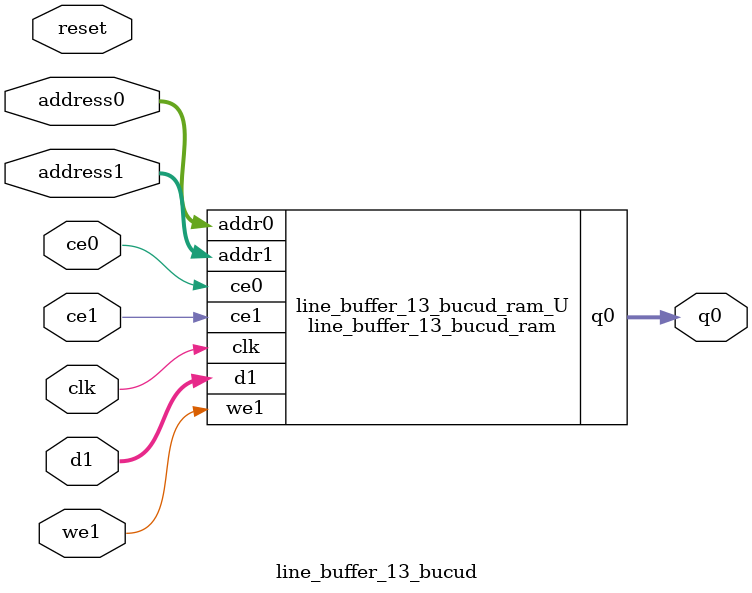
<source format=v>

`timescale 1 ns / 1 ps
module line_buffer_13_bucud_ram (addr0, ce0, q0, addr1, ce1, d1, we1,  clk);

parameter DWIDTH = 16;
parameter AWIDTH = 12;
parameter MEM_SIZE = 2112;

input[AWIDTH-1:0] addr0;
input ce0;
output reg[DWIDTH-1:0] q0;
input[AWIDTH-1:0] addr1;
input ce1;
input[DWIDTH-1:0] d1;
input we1;
input clk;

(* ram_style = "block" *)reg [DWIDTH-1:0] ram[0:MEM_SIZE-1];




always @(posedge clk)  
begin 
    if (ce0) 
    begin
            q0 <= ram[addr0];
    end
end


always @(posedge clk)  
begin 
    if (ce1) 
    begin
        if (we1) 
        begin 
            ram[addr1] <= d1; 
        end 
    end
end


endmodule


`timescale 1 ns / 1 ps
module line_buffer_13_bucud(
    reset,
    clk,
    address0,
    ce0,
    q0,
    address1,
    ce1,
    we1,
    d1);

parameter DataWidth = 32'd16;
parameter AddressRange = 32'd2112;
parameter AddressWidth = 32'd12;
input reset;
input clk;
input[AddressWidth - 1:0] address0;
input ce0;
output[DataWidth - 1:0] q0;
input[AddressWidth - 1:0] address1;
input ce1;
input we1;
input[DataWidth - 1:0] d1;



line_buffer_13_bucud_ram line_buffer_13_bucud_ram_U(
    .clk( clk ),
    .addr0( address0 ),
    .ce0( ce0 ),
    .q0( q0 ),
    .addr1( address1 ),
    .ce1( ce1 ),
    .d1( d1 ),
    .we1( we1 ));

endmodule


</source>
